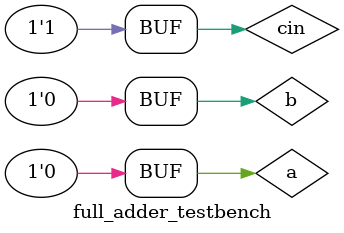
<source format=v>
`timescale 1ns / 1ps

module full_adder_testbench;
    reg a,b,cin;
    wire s,cout;
    full_adder uut(.a(a) , .b(b), .cin(cin), .sum(s), .cout(cout));
    initial begin 
        cin = 0; #10;
        a = 0; #10;
        b = 0; #10; //a=0 b=0 cin=0
        a = 1; #10; //a=1 b=0 cin=0
        b = 1; #10; //a=1 b=1 cin=0
        a = 0; #10; //a=0 b=1 cin=0
        cin = 1; #10; //a=0 b=1 cin=1
        a = 1; #10; //a=1 b=1 cin=1
        b = 0; #10; //a=1 b=0 cin=1
        a = 0; #10; //a=0 b=0 cin=1
        end
endmodule

</source>
